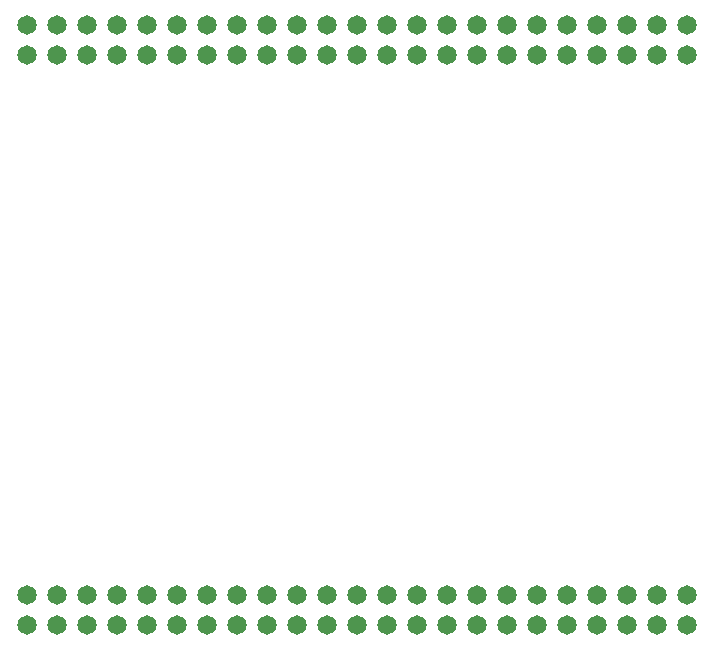
<source format=gbs>
G04 (created by PCBNEW (2013-07-07 BZR 4022)-stable) date 3/24/2015 12:33:15 PM*
%MOIN*%
G04 Gerber Fmt 3.4, Leading zero omitted, Abs format*
%FSLAX34Y34*%
G01*
G70*
G90*
G04 APERTURE LIST*
%ADD10C,0.00590551*%
%ADD11C,0.065*%
G04 APERTURE END LIST*
G54D10*
G54D11*
X73650Y-43350D03*
X73650Y-42350D03*
X74650Y-43350D03*
X74650Y-42350D03*
X75650Y-43350D03*
X75650Y-42350D03*
X76650Y-43350D03*
X76650Y-42350D03*
X77650Y-43350D03*
X77650Y-42350D03*
X78650Y-43350D03*
X78650Y-42350D03*
X79650Y-43350D03*
X79650Y-42350D03*
X80650Y-43350D03*
X80650Y-42350D03*
X81650Y-43350D03*
X81650Y-42350D03*
X82650Y-43350D03*
X82650Y-42350D03*
X83650Y-43350D03*
X83650Y-42350D03*
X84650Y-43350D03*
X84650Y-42350D03*
X85650Y-43350D03*
X85650Y-42350D03*
X86650Y-43350D03*
X86650Y-42350D03*
X87650Y-43350D03*
X87650Y-42350D03*
X88650Y-43350D03*
X88650Y-42350D03*
X89650Y-43350D03*
X89650Y-42350D03*
X90650Y-43350D03*
X90650Y-42350D03*
X91650Y-43350D03*
X91650Y-42350D03*
X92650Y-43350D03*
X92650Y-42350D03*
X93650Y-43350D03*
X93650Y-42350D03*
X94650Y-43350D03*
X94650Y-42350D03*
X95650Y-43350D03*
X95650Y-42350D03*
X73650Y-62350D03*
X73650Y-61350D03*
X74650Y-62350D03*
X74650Y-61350D03*
X75650Y-62350D03*
X75650Y-61350D03*
X76650Y-62350D03*
X76650Y-61350D03*
X77650Y-62350D03*
X77650Y-61350D03*
X78650Y-62350D03*
X78650Y-61350D03*
X79650Y-62350D03*
X79650Y-61350D03*
X80650Y-62350D03*
X80650Y-61350D03*
X81650Y-62350D03*
X81650Y-61350D03*
X82650Y-62350D03*
X82650Y-61350D03*
X83650Y-62350D03*
X83650Y-61350D03*
X84650Y-62350D03*
X84650Y-61350D03*
X85650Y-62350D03*
X85650Y-61350D03*
X86650Y-62350D03*
X86650Y-61350D03*
X87650Y-62350D03*
X87650Y-61350D03*
X88650Y-62350D03*
X88650Y-61350D03*
X89650Y-62350D03*
X89650Y-61350D03*
X90650Y-62350D03*
X90650Y-61350D03*
X91650Y-62350D03*
X91650Y-61350D03*
X92650Y-62350D03*
X92650Y-61350D03*
X93650Y-62350D03*
X93650Y-61350D03*
X94650Y-62350D03*
X94650Y-61350D03*
X95650Y-62350D03*
X95650Y-61350D03*
M02*

</source>
